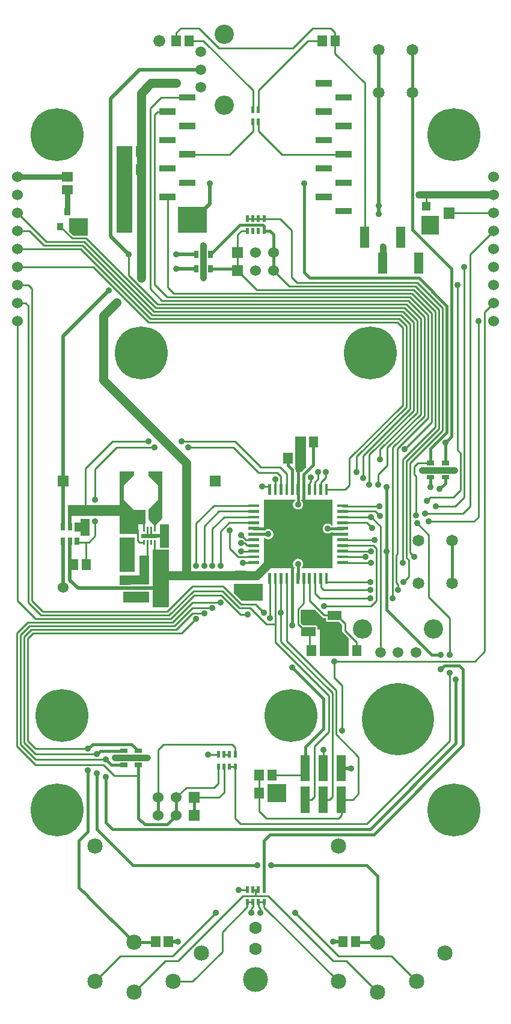
<source format=gbr>
G04 start of page 2 for group 0 idx 0 *
G04 Title: (unknown), top *
G04 Creator: pcb 20140316 *
G04 CreationDate: Tue 22 Aug 2017 02:05:26 AM GMT UTC *
G04 For: railfan *
G04 Format: Gerber/RS-274X *
G04 PCB-Dimensions (mil): 2750.00 5500.00 *
G04 PCB-Coordinate-Origin: lower left *
%MOIN*%
%FSLAX25Y25*%
%LNTOP*%
%ADD49C,0.0380*%
%ADD48C,0.1180*%
%ADD47C,0.0550*%
%ADD46C,0.0870*%
%ADD45C,0.2500*%
%ADD44C,0.0390*%
%ADD43C,0.1285*%
%ADD42C,0.0660*%
%ADD41C,0.0360*%
%ADD40R,0.0630X0.0630*%
%ADD39R,0.0340X0.0340*%
%ADD38R,0.0350X0.0350*%
%ADD37R,0.0470X0.0470*%
%ADD36R,0.0167X0.0167*%
%ADD35R,0.0500X0.0500*%
%ADD34R,0.0157X0.0157*%
%ADD33R,0.0230X0.0230*%
%ADD32R,0.0240X0.0240*%
%ADD31R,0.0197X0.0197*%
%ADD30R,0.0098X0.0098*%
%ADD29R,0.0512X0.0512*%
%ADD28R,0.0240X0.0240*%
%ADD27C,0.0600*%
%ADD26C,0.0700*%
%ADD25C,0.1380*%
%ADD24C,0.0650*%
%ADD23C,0.0850*%
%ADD22C,0.1070*%
%ADD21C,0.4000*%
%ADD20C,0.0590*%
%ADD19C,0.2937*%
%ADD18C,0.0300*%
%ADD17C,0.0400*%
%ADD16C,0.0500*%
%ADD15C,0.0350*%
%ADD14C,0.0150*%
%ADD13C,0.0100*%
%ADD12C,0.0200*%
%ADD11C,0.0001*%
G54D11*G36*
X81500Y271000D02*X78500Y274000D01*
Y278000D01*
X85000D01*
Y274500D01*
X81500Y271000D01*
G37*
G36*
X94500Y447000D02*X110500D01*
Y432500D01*
X94500D01*
Y447000D01*
G37*
G36*
X69000Y480500D02*Y432500D01*
X60500D01*
Y480500D01*
X69000D01*
G37*
G36*
X34000Y433221D02*Y440500D01*
X44500D01*
Y431000D01*
X43559D01*
X43500Y431005D01*
X43441Y431000D01*
X36221D01*
X34000Y433221D01*
G37*
G36*
X142000Y284500D02*X159250D01*
Y284188D01*
X159014Y283986D01*
X158728Y283651D01*
X158497Y283275D01*
X158329Y282868D01*
X158226Y282439D01*
X158191Y282000D01*
X158226Y281561D01*
X158329Y281132D01*
X158497Y280725D01*
X158728Y280349D01*
X159014Y280014D01*
X159349Y279728D01*
X159725Y279497D01*
X160132Y279329D01*
X160561Y279226D01*
X161000Y279191D01*
X161439Y279226D01*
X161868Y279329D01*
X162275Y279497D01*
X162651Y279728D01*
X162986Y280014D01*
X163272Y280349D01*
X163503Y280725D01*
X163671Y281132D01*
X163774Y281561D01*
X163800Y282000D01*
X163774Y282439D01*
X163671Y282868D01*
X163503Y283275D01*
X163272Y283651D01*
X162986Y283986D01*
X162750Y284188D01*
Y284500D01*
X180000D01*
Y270399D01*
X179688D01*
X179486Y270635D01*
X179151Y270921D01*
X178775Y271151D01*
X178368Y271320D01*
X177939Y271423D01*
X177500Y271457D01*
X177061Y271423D01*
X176632Y271320D01*
X176225Y271151D01*
X175849Y270921D01*
X175514Y270635D01*
X175228Y270300D01*
X174997Y269924D01*
X174829Y269517D01*
X174726Y269088D01*
X174691Y268649D01*
X174726Y268209D01*
X174829Y267781D01*
X174997Y267374D01*
X175228Y266998D01*
X175514Y266663D01*
X175849Y266377D01*
X176225Y266146D01*
X176632Y265978D01*
X177061Y265875D01*
X177500Y265840D01*
X177939Y265875D01*
X178368Y265978D01*
X178775Y266146D01*
X179151Y266377D01*
X179486Y266663D01*
X179688Y266899D01*
X180000D01*
Y246500D01*
X162750D01*
Y246812D01*
X162986Y247014D01*
X163272Y247349D01*
X163503Y247725D01*
X163671Y248132D01*
X163774Y248561D01*
X163800Y249000D01*
X163774Y249439D01*
X163671Y249868D01*
X163503Y250275D01*
X163272Y250651D01*
X162986Y250986D01*
X162651Y251272D01*
X162275Y251503D01*
X161868Y251671D01*
X161439Y251774D01*
X161000Y251809D01*
X160561Y251774D01*
X160132Y251671D01*
X159725Y251503D01*
X159349Y251272D01*
X159014Y250986D01*
X158728Y250651D01*
X158497Y250275D01*
X158329Y249868D01*
X158226Y249439D01*
X158191Y249000D01*
X158226Y248561D01*
X158329Y248132D01*
X158497Y247725D01*
X158728Y247349D01*
X159014Y247014D01*
X159250Y246812D01*
Y246500D01*
X142000D01*
Y263750D01*
X142312D01*
X142514Y263514D01*
X142849Y263228D01*
X143225Y262997D01*
X143632Y262829D01*
X144061Y262726D01*
X144500Y262691D01*
X144939Y262726D01*
X145368Y262829D01*
X145775Y262997D01*
X146151Y263228D01*
X146486Y263514D01*
X146772Y263849D01*
X147003Y264225D01*
X147171Y264632D01*
X147274Y265061D01*
X147300Y265500D01*
X147274Y265939D01*
X147171Y266368D01*
X147003Y266775D01*
X146772Y267151D01*
X146486Y267486D01*
X146151Y267772D01*
X145775Y268003D01*
X145368Y268171D01*
X144939Y268274D01*
X144500Y268309D01*
X144061Y268274D01*
X143632Y268171D01*
X143225Y268003D01*
X142849Y267772D01*
X142514Y267486D01*
X142312Y267250D01*
X142000D01*
Y284500D01*
G37*
G36*
X173000Y198000D02*Y214500D01*
X185500D01*
Y212059D01*
X185495Y212000D01*
X185514Y211765D01*
X185569Y211535D01*
X185659Y211317D01*
X185783Y211116D01*
X185783Y211115D01*
X185936Y210936D01*
X185981Y210898D01*
X189000Y207879D01*
Y198000D01*
X173000D01*
G37*
G36*
X162621Y223500D02*X170379D01*
X174398Y219481D01*
X174436Y219436D01*
X174615Y219283D01*
X174616Y219283D01*
X174817Y219159D01*
X175035Y219069D01*
X175265Y219014D01*
X175500Y218995D01*
X175559Y219000D01*
X176000D01*
Y212500D01*
X171647D01*
X171644Y214188D01*
X171607Y214341D01*
X171547Y214486D01*
X171465Y214621D01*
X171362Y214740D01*
X171243Y214843D01*
X171108Y214925D01*
X170963Y214985D01*
X170810Y215022D01*
X170653Y215031D01*
X163598Y215023D01*
X162500Y216121D01*
Y223379D01*
X162621Y223500D01*
G37*
G36*
X174500Y213000D02*Y219000D01*
X175441D01*
X175500Y218995D01*
X175559Y219000D01*
X176354D01*
X176356Y217812D01*
X176393Y217659D01*
X176453Y217514D01*
X176535Y217379D01*
X176638Y217260D01*
X176757Y217157D01*
X176892Y217075D01*
X177037Y217015D01*
X177190Y216978D01*
X177347Y216969D01*
X183902Y216977D01*
X185500Y215379D01*
Y213000D01*
X174500D01*
G37*
G36*
X144000Y127000D02*X154500D01*
Y117000D01*
X144000D01*
Y127000D01*
G37*
G36*
X229500Y442000D02*X239000D01*
Y431500D01*
X229500D01*
Y442000D01*
G37*
G36*
X159500Y319500D02*X165500D01*
Y302475D01*
X163025Y300000D01*
X159601D01*
Y301080D01*
X159607Y301149D01*
X159585Y301423D01*
X159585Y301423D01*
X159521Y301691D01*
X159500Y301741D01*
Y319500D01*
G37*
G36*
X84500Y258000D02*Y271000D01*
X89500D01*
Y258000D01*
X84500D01*
G37*
G36*
X62000Y244500D02*Y263500D01*
X70500D01*
Y262059D01*
X70495Y262000D01*
X70500Y261941D01*
Y244500D01*
X62000D01*
G37*
G36*
X78500Y237500D02*X73000D01*
Y253500D01*
X78500D01*
Y237500D01*
G37*
G36*
X62000D02*Y242500D01*
X78500D01*
Y237500D01*
X62000D01*
G37*
G36*
X33500Y281500D02*X65500D01*
Y275500D01*
X33500D01*
Y281500D01*
G37*
G36*
X71000Y279000D02*X76500D01*
Y271000D01*
X71000D01*
Y279000D01*
G37*
G36*
X62000Y265500D02*Y279000D01*
X72500D01*
Y265500D01*
X62000D01*
G37*
G36*
X37000Y272000D02*X45500D01*
Y267000D01*
X37000D01*
Y272000D01*
G37*
G36*
X45500Y274000D02*Y264500D01*
X40500D01*
Y274000D01*
X45500D01*
G37*
G36*
X80500Y225000D02*Y257000D01*
X89500D01*
Y225621D01*
X88879Y225000D01*
X80500D01*
G37*
G36*
X78500Y233500D02*Y227500D01*
X64000D01*
Y233500D01*
X78500D01*
G37*
G36*
X125500Y238000D02*X141500D01*
Y228500D01*
X129621D01*
X125500Y232621D01*
Y238000D01*
G37*
G54D12*X30600Y261500D02*Y236000D01*
X34500Y269700D02*Y278000D01*
Y261500D02*Y240000D01*
X39000Y235500D02*X85500D01*
G54D13*X89500Y220500D02*X18500D01*
X90500Y218500D02*X15500D01*
X13000Y212500D02*X93500D01*
X14000Y210500D02*X96500D01*
G54D12*X34500Y240000D02*X39000Y235500D01*
G54D13*X19500Y222500D02*X13500Y228500D01*
X18500Y220500D02*X11500Y227500D01*
X48500Y264500D02*X45000Y261000D01*
X43543Y248500D02*Y261000D01*
X48500Y284500D02*Y301500D01*
X43000Y302000D02*Y278500D01*
X48500Y264500D02*Y272500D01*
X45000Y261000D02*X38400D01*
X15500Y146500D02*X44500D01*
G54D14*X47000Y149000D01*
G54D13*X11000Y151000D02*X15500Y146500D01*
X9000Y150000D02*X15500Y143500D01*
X7000Y149000D02*X15500Y140500D01*
X49500Y143500D02*X15500D01*
G54D14*X49500D02*X51400Y145400D01*
X64300D01*
X47000Y149000D02*X68900D01*
X72500Y145400D01*
G54D13*X15500Y140500D02*X54500D01*
G54D14*X57400Y137600D01*
X64300D01*
G54D13*X53000Y137500D02*X59000Y131500D01*
X72500D01*
G54D15*X59400Y141500D02*X77400D01*
G54D13*X5000Y148000D02*X15500Y137500D01*
X53000D01*
X14000Y210500D02*X11000Y207500D01*
X13000Y212500D02*X9000Y208500D01*
X12000Y214500D02*X7000Y209500D01*
X11000Y216500D02*X5000Y210500D01*
X7000Y209500D02*Y149000D01*
X11000Y207500D02*Y151000D01*
X9000Y208500D02*Y150000D01*
X5000Y210500D02*Y148000D01*
X5500Y228500D02*X15500Y218500D01*
G54D12*X89129Y39500D02*X94500D01*
G54D14*X70000Y39252D02*X82043D01*
G54D13*X70000Y11693D02*X87307Y29000D01*
X94500D01*
X62351Y31500D02*X91500D01*
G54D14*X44500Y64752D02*X70000Y39252D01*
G54D13*X62351Y31500D02*X48346Y17495D01*
G54D14*X69500Y82000D02*X49500Y102000D01*
Y133000D01*
X44500Y100500D02*Y134500D01*
X44376Y64876D02*X39500Y69752D01*
Y95500D01*
X44500Y100500D01*
G54D13*X154700Y206300D02*Y240815D01*
X151551Y205949D02*Y240815D01*
X148401Y205599D02*Y240815D01*
X145252D02*Y219000D01*
G54D14*X157850Y240815D02*Y215000D01*
G54D13*X170448Y240815D02*Y232552D01*
X173000Y230000D01*
X154700Y206300D02*X182000Y179000D01*
X148401Y205599D02*X178000Y176000D01*
X181000Y186000D02*Y195000D01*
G54D14*X175000Y174350D02*X157850Y191500D01*
G54D13*X137500Y226500D02*X142000Y222000D01*
X137500Y226500D02*X129500D01*
X133000Y221000D02*X129000D01*
X136315Y249752D02*X130500D01*
X134500Y224500D02*X143500Y215500D01*
X148401D01*
X199000Y105000D02*X129000D01*
X139543Y132000D02*Y111957D01*
X143500Y108000D01*
X183500D01*
G54D12*X190500Y135740D02*X185000D01*
G54D13*X182000Y179000D02*Y154500D01*
X194500Y142000D01*
Y121500D01*
X191260Y118260D01*
X185000D01*
G54D14*X175000Y157500D02*X165000Y147500D01*
Y135740D01*
G54D13*X178000Y176000D02*Y156000D01*
X170000Y148000D01*
Y120000D01*
G54D14*X175000Y157500D02*Y174350D01*
G54D13*X183500Y108000D02*X185000Y109500D01*
Y118260D01*
G54D14*X203000Y99000D02*X145500D01*
X142224Y95724D01*
X246350Y238200D02*Y261800D01*
G54D13*X233500Y230500D02*X245000Y219000D01*
Y198500D01*
X167500Y201000D02*Y211500D01*
X193543Y201000D02*Y205457D01*
X187000Y212000D01*
Y216000D01*
X161000Y215500D02*X165028Y211472D01*
G54D14*X210000Y223500D02*X235000Y198500D01*
G54D13*X245000Y188500D02*Y151000D01*
G54D14*X248500Y185000D02*Y149500D01*
X252500Y148500D02*Y190500D01*
G54D13*X185500Y156500D02*Y181500D01*
X181000Y186000D01*
G54D14*X235000Y198500D02*X240000D01*
Y190500D02*X242000Y192500D01*
X250500D01*
X252500Y190500D01*
G54D13*X215500Y254000D02*Y238500D01*
X216000Y254500D02*X215500Y254000D01*
Y238500D02*X216500Y237500D01*
Y234500D01*
X139075Y61652D02*X142224D01*
Y58618D02*Y61652D01*
X139075D02*Y58925D01*
X140000Y58000D01*
Y55500D01*
X132776Y61652D02*X135925D01*
X132776Y58776D02*Y61652D01*
X136000D02*Y59000D01*
X135000Y58000D01*
Y55500D01*
X128000Y68348D02*X132776D01*
X137500Y65000D02*Y68348D01*
X130500Y65000D02*X144500D01*
G54D14*X142224Y95724D02*Y68348D01*
G54D13*X199000Y105000D02*X245000Y151000D01*
G54D14*X201000Y102000D02*X248500Y149500D01*
X252500Y148500D02*X203000Y99000D01*
G54D13*X135925Y68348D02*X139075D01*
G54D14*X146000Y82000D02*X199000D01*
X205000Y76000D01*
G54D12*X180500Y39500D02*X185871Y39504D01*
G54D14*X205000Y39252D02*X192957D01*
X205000Y76000D02*Y39252D01*
G54D13*Y11693D02*X187693Y29000D01*
X180500D02*X187693D01*
X183346Y17495D02*X142224Y58618D01*
X180500Y29000D02*X144500Y65000D01*
X159500Y55500D02*X183500Y31500D01*
X212649D02*X226654Y17495D01*
X212649Y31500D02*X183500D01*
X264500Y200500D02*X259000Y195000D01*
X181000D01*
X175500Y225500D02*X201500D01*
X204500Y228500D01*
X173000Y230000D02*X201000D01*
X175000Y234500D02*X201000D01*
Y239000D02*X176748D01*
X173598Y240815D02*Y235902D01*
X175000Y234500D01*
X204500Y228500D02*Y257500D01*
X185685Y249752D02*X201500D01*
G54D14*X210000Y256051D02*Y223500D01*
G54D13*X221000Y252500D02*X222500Y251000D01*
Y242000D01*
X219500Y239000D01*
X185685Y256051D02*X201500D01*
X185685Y259200D02*X202800D01*
X204500Y257500D01*
X185685Y252901D02*X198500D01*
X185685Y262350D02*X203500D01*
X206657Y200000D02*Y269843D01*
X233500Y272500D02*X258500D01*
X261000Y275000D02*X258500Y272500D01*
X231500Y277000D02*X252500D01*
X256500Y281000D01*
X237500D02*X248000D01*
X253000Y286000D01*
X232500Y284000D02*X234500Y286000D01*
X247000D01*
X251000Y290000D01*
X185685Y271799D02*X199201D01*
X203902Y278098D02*X185685D01*
X199201Y271799D02*X202000Y269000D01*
X206657Y269843D02*X201552Y274948D01*
G54D14*X210000Y256051D02*Y291500D01*
G54D13*X210500Y303500D02*X205500Y298500D01*
Y293000D01*
X206500Y275500D02*X203902Y278098D01*
X223000Y255401D02*X225500Y252901D01*
X233500Y265000D02*Y230500D01*
Y265000D02*X227000Y271500D01*
X221000Y306000D02*Y252500D01*
X223000Y255401D02*Y305000D01*
X219000Y249752D02*Y307000D01*
X226500Y276000D02*Y297500D01*
G54D15*X229600Y301000D02*X247600D01*
G54D14*X239500Y290500D02*X242700Y293700D01*
Y297100D01*
X234500D02*Y291500D01*
G54D13*X226500Y297500D02*X225500Y298500D01*
Y303000D01*
X227400Y304900D01*
X234500D01*
G54D12*X78500Y264500D02*X87000D01*
G54D13*X81453Y260858D02*Y255500D01*
X77516Y260858D02*Y250500D01*
X72000Y268000D02*Y262000D01*
X73142Y260858D02*X72000Y262000D01*
X73142Y260858D02*X75547D01*
Y277500D02*Y268142D01*
X79484D02*Y264500D01*
X85000Y280500D02*Y274500D01*
X81453Y270953D02*X85000Y274500D01*
X78500Y278000D02*Y273906D01*
X81453Y270953D02*X78500Y273906D01*
X81453Y278950D02*Y268142D01*
X91500Y216500D02*X102500Y227500D01*
X92500Y214500D02*X102500Y224500D01*
X93500Y212500D02*X102500Y221500D01*
X90500Y218500D02*X103500Y231500D01*
X89500Y220500D02*X103000Y234000D01*
X88500Y222500D02*X102500Y236500D01*
X119500D01*
X136315Y252902D02*X127598D01*
X123000Y257500D01*
Y267500D01*
X151551Y205949D02*X180000Y177500D01*
X77516Y268142D02*Y264500D01*
G54D14*X177500Y268649D02*X185685D01*
X136315Y265500D02*X144500D01*
X179500D02*X185685D01*
X136315Y268650D02*X142500D01*
G54D16*X144500Y249000D02*X138000Y242500D01*
G54D13*X136315Y256052D02*X129500D01*
X136315Y271800D02*X122800D01*
X118000Y267000D01*
X136315Y274949D02*X119949D01*
X113500Y268500D01*
X136315Y278099D02*X117099D01*
X109000Y270000D01*
G54D14*X161000Y240815D02*Y249000D01*
Y290185D02*Y282000D01*
X157850Y240815D02*Y247000D01*
X157851Y290185D02*Y301149D01*
X155500Y303500D01*
X164150Y290185D02*Y284000D01*
Y290185D02*Y298650D01*
G54D13*X167300Y290185D02*Y293800D01*
X168000Y294500D01*
Y297000D01*
G54D14*X164150Y298650D02*X169543Y304043D01*
G54D13*X148402Y290185D02*Y296000D01*
X151552Y290185D02*Y297448D01*
X149500Y299500D01*
X154701Y298799D02*X151000Y302500D01*
X149500Y299500D02*X139000D01*
X151000Y302500D02*X140500D01*
X154701Y290185D02*Y298799D01*
G54D16*X138000Y242500D02*X86000D01*
G54D13*X118000Y267000D02*Y248000D01*
X113500Y268500D02*Y248000D01*
X109000Y270000D02*Y248000D01*
X129500Y226500D02*X119500Y236500D01*
X134500Y224500D02*X128500D01*
X119000Y234000D01*
X129000Y221000D02*X118500Y231500D01*
X102500Y227500D02*X118000D01*
X102500Y224500D02*X113500D01*
X102500Y221500D02*X109000D01*
X96500Y210500D02*X104500Y218500D01*
X103500Y231500D02*X118500D01*
X103000Y234000D02*X119000D01*
X180000Y177500D02*Y120000D01*
X175000Y135740D02*Y146000D01*
X146543Y132000D02*X165000D01*
X170000Y120000D02*X168260Y118260D01*
X165000D01*
X180000Y120000D02*X178260Y118260D01*
X175000D01*
G54D14*X201000Y102000D02*X58000D01*
G54D13*X119925Y143348D02*X123075D01*
X124500Y149000D02*X126224Y147276D01*
Y143348D01*
Y136652D02*Y107776D01*
X129000Y105000D01*
X119925Y122425D02*X117000Y119500D01*
G54D14*X83500Y109500D02*Y119500D01*
X72500Y137600D02*Y108000D01*
X76000Y104500D01*
G54D13*X83500Y119500D02*Y146000D01*
X86500Y149000D01*
G54D14*X76000Y104500D02*X88500D01*
X93500Y109500D02*Y119500D01*
X103500Y109500D02*Y119500D01*
G54D13*X99000Y125000D02*X93500Y119500D01*
G54D14*X88500Y104500D02*X93500Y109500D01*
G54D13*X111124Y143348D02*X116776D01*
X126224Y136652D02*X123075D01*
X119925D02*Y122425D01*
X116776Y136652D02*Y127276D01*
X114500Y125000D01*
X99000D01*
X86500Y149000D02*X124500D01*
X117000Y119500D02*X103500D01*
G54D14*X58000Y102000D02*X54500Y105500D01*
Y131000D01*
X69500Y82000D02*X138500D01*
G54D13*X94500Y29000D02*X130500Y65000D01*
X115500Y55500D02*X91500Y31500D01*
X119000Y34000D02*Y45000D01*
X91654Y17495D02*X102495D01*
X119000Y34000D01*
X132776Y58776D02*X119000Y45000D01*
X269500Y443500D02*X244750D01*
X256500Y420500D02*X269500Y433500D01*
G54D14*X224350Y434150D02*X246000Y412500D01*
G54D17*X228000Y453500D02*X269500D01*
G54D13*X231950Y447400D02*Y453500D01*
G54D14*X224350Y533800D02*Y434150D01*
G54D12*X205650Y533800D02*Y447500D01*
Y443000D01*
G54D13*X198000Y504500D02*Y515500D01*
X269500Y393500D02*X264500Y388500D01*
X227000Y405000D02*X241000Y391000D01*
X226000Y403000D02*X239000Y390000D01*
X225000Y401000D02*X237000Y389000D01*
X223000Y397000D02*X233000Y387000D01*
X222000Y395000D02*X231000Y386000D01*
X235000Y388000D02*X224000Y399000D01*
X229000Y385000D02*X221000Y393000D01*
X222000Y395000D02*X222250Y394750D01*
X40500Y423500D02*X79000Y385000D01*
X41500Y425500D02*X80000Y387000D01*
X81000Y389000D02*X42500Y427500D01*
X82000Y391000D02*X43500Y429500D01*
X67000Y420500D02*Y409000D01*
G54D15*X108500Y425600D02*Y407600D01*
G54D13*X5500Y393500D02*X10000D01*
X11500Y392000D01*
X5500Y403500D02*X11500D01*
X13500Y401500D01*
X83000Y393000D02*X67000Y409000D01*
X78000Y383000D02*X47500Y413500D01*
G54D16*X60500Y394000D02*X53000Y386500D01*
G54D12*X30600Y375100D02*X56000Y400500D01*
G54D16*X53000Y386500D02*Y351000D01*
G54D13*X78000Y317000D02*X58000D01*
X43000Y302000D01*
X81500Y313500D02*X60500D01*
X48500Y301500D02*X60500Y313500D01*
X5500Y383500D02*Y228500D01*
X11500Y392000D02*Y227500D01*
X13500Y401500D02*Y228500D01*
G54D12*X30600Y375100D02*Y269700D01*
G54D13*X92500Y214500D02*X12000D01*
X91500Y216500D02*X11000D01*
X187000Y216000D02*X181472Y221528D01*
X175500Y220500D02*X180783D01*
X19500Y222500D02*X88500D01*
X167299Y240815D02*Y228701D01*
X175500Y220500D01*
X164149Y240815D02*Y227149D01*
X161000Y224000D01*
Y215500D01*
G54D16*X99000Y242500D02*Y305000D01*
G54D13*X104500Y271500D02*Y248000D01*
G54D16*X99000Y305000D02*X53000Y351000D01*
G54D13*X126000Y317000D02*X96500D01*
X125000Y313500D02*X100000D01*
X136315Y281248D02*X114248D01*
X104500Y271500D01*
X136315Y259201D02*X132799D01*
X131500Y260500D01*
X129500D01*
X136315Y262351D02*X132149D01*
X129500Y265000D01*
X141000Y292000D02*X145252D01*
X125000Y313500D02*X139000Y299500D01*
X126000Y317000D02*X140500Y302500D01*
G54D14*X155500Y303500D02*Y307500D01*
X161000Y290185D02*Y307500D01*
X169543Y304043D02*Y316500D01*
G54D13*X170449Y290185D02*Y294449D01*
X172000Y296000D01*
Y300000D01*
X173599Y290185D02*Y294099D01*
X176500Y297000D01*
Y300000D01*
X176748Y290185D02*X187185D01*
X185685Y274948D02*X201552D01*
X187185Y290185D02*X189500Y292500D01*
X264500Y388500D02*Y200500D01*
X261000Y383500D02*Y275000D01*
X206000Y281000D02*X185685D01*
X206500Y312500D02*Y307000D01*
X200500Y293000D02*Y309500D01*
X197000Y309000D02*Y296500D01*
X193500Y300000D02*Y308500D01*
X189500Y307500D02*Y292500D01*
X210500Y313500D02*Y303500D01*
X213500Y230000D02*Y313500D01*
X216000Y313000D02*Y254500D01*
X220000Y312500D02*X235000Y327500D01*
X233000Y330000D02*X216000Y313000D01*
X239000Y324000D02*X221000Y306000D01*
X219000Y307000D02*X237000Y325000D01*
X223000Y305000D02*X241000Y323000D01*
X231000Y331000D02*X213500Y313500D01*
X210500D02*X229000Y332000D01*
X227000Y333000D02*X206500Y312500D01*
X200500Y309500D02*X225000Y334000D01*
X223000Y335000D02*X197000Y309000D01*
X193500Y308500D02*X221000Y336000D01*
X219000Y337000D02*X189500Y307500D01*
G54D14*X234500Y313000D02*Y304900D01*
X242700Y316200D02*Y304900D01*
G54D18*X33000Y456457D02*Y444200D01*
X5500Y463500D02*X33000D01*
G54D13*X47500Y413500D02*X5500D01*
Y433500D02*X12000D01*
X20000Y425500D01*
X21500Y427500D02*X5500Y443500D01*
Y423500D02*X40500D01*
X20000Y425500D02*X41500D01*
X42500Y427500D02*X21500D01*
X43500Y429500D02*X35600D01*
X29100Y436000D01*
X127500Y411500D02*Y431500D01*
X129652Y433652D01*
X132776D01*
G54D14*X128700Y437000D02*X112400Y420700D01*
X145348Y433652D02*X142224D01*
G54D13*X132776Y440348D02*X151152D01*
X157500Y434000D01*
G54D14*X142224Y433652D02*Y436276D01*
X141500Y437000D01*
X128700D01*
G54D13*X127500Y411500D02*X138000Y401000D01*
G54D14*X112400Y412500D02*X127500D01*
X147500Y431500D02*Y411500D01*
G54D13*X157500Y434000D02*Y408000D01*
G54D14*X164500Y460000D02*Y410500D01*
G54D13*X147500Y411500D02*X156000Y403000D01*
X157500Y408000D02*X160500Y405000D01*
G54D14*X164500Y410500D02*X167500Y407500D01*
G54D13*X99685Y507559D02*X85059D01*
G54D16*X79500Y515500D02*X93500D01*
G54D12*X73000Y523000D02*X107000D01*
X73000D02*X57000Y507000D01*
G54D13*X85059Y507559D02*X79000Y501500D01*
X88701Y499685D02*X83185D01*
X93457Y539000D02*Y543457D01*
X96000Y546000D01*
X106000D01*
X117000Y535000D01*
X108500Y539000D02*X100543D01*
X135925Y511575D02*X108500Y539000D01*
G54D14*X147500Y431500D02*X145348Y433652D01*
G54D13*X186299Y476063D02*X151937D01*
X198000Y430087D02*Y504543D01*
X151937Y476063D02*X139075Y488925D01*
Y494152D01*
X123063Y476063D02*X135925Y488925D01*
Y494152D02*Y488925D01*
X198000Y515500D02*X181543Y531957D01*
Y543457D02*X179000Y546000D01*
X117000Y535000D02*X158000D01*
X181543Y543457D02*Y531957D01*
X166500Y539000D02*X174457D01*
X169000Y546000D02*X179000D01*
X169000D02*X158000Y535000D01*
X135925Y500848D02*Y511575D01*
X139075D02*Y500848D01*
Y511575D02*X166500Y539000D01*
X83185Y499685D02*X81500Y498000D01*
X123063Y476063D02*X99685D01*
X88701Y452441D02*Y402299D01*
X92000Y399000D01*
X81500Y404000D02*X88500Y397000D01*
X79000Y401500D02*X85500Y395000D01*
G54D12*X93500Y412500D02*X104600D01*
X93500Y420500D02*X104600D01*
G54D13*X81500Y498000D02*Y404000D01*
X79000Y501500D02*Y401500D01*
G54D16*X74000Y407500D02*Y510000D01*
X79500Y515500D01*
G54D12*X57000Y507000D02*Y430500D01*
X67000Y420500D01*
X112000Y460000D02*Y448500D01*
X107000Y443500D01*
G54D13*X227000Y384000D02*X220000Y391000D01*
X160500Y405000D02*X227000D01*
X156000Y403000D02*X226000D01*
G54D14*X228000Y407500D02*X167500D01*
G54D13*X225000Y383000D02*X219000Y389000D01*
X218000Y387000D02*X223000Y382000D01*
X217000Y385000D02*X221000Y381000D01*
X219000Y380000D02*X216000Y383000D01*
X138000Y401000D02*X225000D01*
X92000Y399000D02*X224000D01*
X88500Y397000D02*X223000D01*
X85500Y395000D02*X222000D01*
X83000Y393000D02*X221000D01*
X82000Y391000D02*X220000D01*
X81000Y389000D02*X219000D01*
X80000Y387000D02*X218000D01*
X79000Y385000D02*X217000D01*
X78000Y383000D02*X216000D01*
X256500Y281000D02*Y420500D01*
X253000Y286000D02*Y413500D01*
X249500Y312000D02*Y403500D01*
Y312000D02*X251000Y310500D01*
Y290000D01*
X241000Y323000D02*Y391000D01*
X239000Y390000D02*Y324000D01*
X237000Y325000D02*Y389000D01*
G54D14*X243500Y322000D02*Y392000D01*
Y322000D02*X234500Y313000D01*
G54D13*X235000Y388000D02*Y327500D01*
X233000Y387000D02*Y330000D01*
X231000Y386000D02*Y331000D01*
X229000Y332000D02*Y385000D01*
X227000Y384000D02*Y333000D01*
X225000Y334000D02*Y383000D01*
X223000Y382000D02*Y335000D01*
X221000Y336000D02*Y381000D01*
X219000Y380000D02*Y337000D01*
G54D15*X208000Y415913D02*Y425000D01*
G54D14*X243500Y392000D02*X228000Y407500D01*
X246000Y319500D02*Y412500D01*
Y319500D02*X242700Y316200D01*
G54D19*X247500Y112500D03*
G54D20*X226343Y200000D03*
X216500D03*
X206657D03*
G54D21*X216500Y163000D03*
G54D22*X236185Y212992D03*
G54D23*X242505Y33346D03*
X226654Y17495D03*
G54D22*X196815Y212992D03*
G54D23*X205000Y39252D03*
Y11693D03*
X183346Y17495D03*
Y92505D03*
G54D24*X227650Y238200D03*
X246350D03*
X227650Y261800D03*
X246350D03*
G54D19*X157000Y165000D03*
G54D25*X137500Y18500D03*
G54D26*Y35500D03*
Y47300D03*
G54D23*X107505Y33346D03*
X91654Y17495D03*
G54D19*X247500Y487000D03*
G54D24*X205650Y510200D03*
Y533800D03*
X224350Y510200D03*
Y533800D03*
G54D27*X147500Y421500D03*
Y411500D03*
G54D19*X201000Y366000D03*
G54D27*X269500Y383500D03*
Y393500D03*
Y403500D03*
Y413500D03*
Y423500D03*
Y433500D03*
Y443500D03*
Y453500D03*
Y463500D03*
G54D19*X27500Y112500D03*
G54D23*X48346Y92505D03*
G54D19*X30000Y165000D03*
G54D27*X30600Y236000D03*
G54D23*X70000Y39252D03*
Y11693D03*
X48346Y17495D03*
G54D11*G36*
X100500Y112500D02*Y106500D01*
X106500D01*
Y112500D01*
X100500D01*
G37*
G54D27*X93500Y109500D03*
X83500D03*
G54D11*G36*
X100500Y122500D02*Y116500D01*
X106500D01*
Y122500D01*
X100500D01*
G37*
G54D27*X93500Y119500D03*
X83500D03*
G54D11*G36*
X27600Y298000D02*Y292000D01*
X33600D01*
Y298000D01*
X27600D01*
G37*
G36*
X112000D02*Y292000D01*
X118000D01*
Y298000D01*
X112000D01*
G37*
G36*
X124500Y424500D02*Y418500D01*
X130500D01*
Y424500D01*
X124500D01*
G37*
G54D27*X137500Y421500D03*
G54D11*G36*
X124500Y414500D02*Y408500D01*
X130500D01*
Y414500D01*
X124500D01*
G37*
G54D19*X74000Y366000D03*
G54D27*X137500Y411500D03*
G54D19*X27500Y487000D03*
G54D20*X107000Y513157D03*
G54D22*X119992Y503315D03*
G54D20*X107000Y523000D03*
Y532843D03*
G54D22*X119992Y542685D03*
G54D27*X5500Y383500D03*
Y393500D03*
Y403500D03*
Y413500D03*
Y423500D03*
Y433500D03*
Y443500D03*
Y453500D03*
Y463500D03*
G54D28*X30600Y262300D02*Y260700D01*
Y270500D02*Y268900D01*
X34500Y262300D02*Y260700D01*
Y270500D02*Y268900D01*
X38400Y262300D02*Y260700D01*
Y270500D02*Y268900D01*
G54D29*X36457Y248893D02*Y248107D01*
X43543Y248893D02*Y248107D01*
X83043Y230893D02*Y230107D01*
X75957Y230893D02*Y230107D01*
X83043Y240893D02*Y240107D01*
X75957Y240893D02*Y240107D01*
X64607Y239957D02*X65393D01*
X128607Y242543D02*X129393D01*
X128607Y235457D02*X129393D01*
X64607Y247043D02*X65393D01*
X64607Y260957D02*X65393D01*
X75957Y250893D02*Y250107D01*
X83043Y250893D02*Y250107D01*
G54D30*X79484Y269028D02*Y267256D01*
X77516Y269028D02*Y267256D01*
X75547Y269028D02*Y267256D01*
G54D29*X64607Y268043D02*X65393D01*
G54D30*X75547Y261744D02*Y259972D01*
X77516Y261744D02*Y259972D01*
X79484Y261744D02*Y259972D01*
X81453Y261744D02*Y259972D01*
G54D31*X75547Y264500D02*X81453D01*
G54D32*X75370D02*X81630D01*
G54D30*X81453Y269028D02*Y267256D01*
G54D33*X79100Y277800D02*X84700D01*
G54D11*G36*
X77956Y278950D02*X83550Y284544D01*
X85671Y282423D01*
X80077Y276829D01*
X77956Y278950D01*
G37*
G36*
X81550Y280950D02*Y276950D01*
X85550D01*
Y280950D01*
X81550D01*
G37*
G54D33*X63300Y299200D02*Y277800D01*
X68900D01*
G54D11*G36*
X64450Y284544D02*X70044Y278950D01*
X67923Y276829D01*
X62329Y282423D01*
X64450Y284544D01*
G37*
G36*
X62450Y280950D02*Y276950D01*
X66450D01*
Y280950D01*
X62450D01*
G37*
G36*
X80077Y300171D02*X85671Y294577D01*
X83550Y292456D01*
X77956Y298050D01*
X80077Y300171D01*
G37*
G54D33*X63300Y299200D02*X68900D01*
G54D11*G36*
X62329Y294577D02*X67923Y300171D01*
X70044Y298050D01*
X64450Y292456D01*
X62329Y294577D01*
G37*
G36*
X62450Y300050D02*Y296050D01*
X66450D01*
Y300050D01*
X62450D01*
G37*
G54D33*X84700Y299200D02*Y277800D01*
X79100Y299200D02*X84700D01*
G54D11*G36*
X81550Y300050D02*Y296050D01*
X85550D01*
Y300050D01*
X81550D01*
G37*
G54D29*X169543Y316893D02*Y316107D01*
X162457Y316893D02*Y316107D01*
X155457Y307893D02*Y307107D01*
X162543Y307893D02*Y307107D01*
G54D34*X170448Y243028D02*Y238602D01*
X173598Y243028D02*Y238602D01*
X176748Y243028D02*Y238602D01*
X183472Y249752D02*X187898D01*
G54D29*X179906Y220528D02*X182661D01*
X179906Y211472D02*X182661D01*
X168457Y201393D02*Y200607D01*
X165339Y220528D02*X168094D01*
X165339Y211472D02*X168094D01*
X175543Y201393D02*Y200607D01*
G54D35*X165000Y123004D02*Y113516D01*
X175000Y123004D02*Y113516D01*
X185000Y123004D02*Y113516D01*
Y140484D02*Y130996D01*
X175000Y140484D02*Y130996D01*
X165000Y140484D02*Y130996D01*
G54D29*X139457Y122393D02*Y121607D01*
X146543Y122393D02*Y121607D01*
X139457Y132393D02*Y131607D01*
X146543Y132393D02*Y131607D01*
G54D36*X116776Y137587D02*Y135717D01*
X119925Y137587D02*Y135717D01*
X123075Y137587D02*Y135717D01*
X126224Y137587D02*Y135717D01*
Y144283D02*Y142413D01*
X123075Y144283D02*Y142413D01*
X119925Y144283D02*Y142413D01*
X116776Y144283D02*Y142413D01*
G54D29*X193543Y201393D02*Y200607D01*
G54D27*X200250Y163000D03*
X205010Y151510D03*
Y174490D03*
G54D29*X186457Y201393D02*Y200607D01*
G54D27*X216500Y179250D03*
Y146750D03*
X232750Y163000D03*
X227990Y151510D03*
Y174490D03*
G54D28*X71700Y137600D02*X73300D01*
X71700Y141500D02*X73300D01*
X71700Y145400D02*X73300D01*
X63500D02*X65100D01*
X63500Y141500D02*X65100D01*
X63500Y137600D02*X65100D01*
G54D29*X82043Y39893D02*Y39107D01*
X89129Y39893D02*Y39107D01*
G54D36*X142224Y69283D02*Y67413D01*
X139075Y69283D02*Y67413D01*
X135925Y69283D02*Y67413D01*
X132776Y69283D02*Y67413D01*
Y62587D02*Y60717D01*
X135925Y62587D02*Y60717D01*
X139075Y62587D02*Y60717D01*
X142224Y62587D02*Y60717D01*
G54D29*X192957Y39897D02*Y39111D01*
X185871Y39897D02*Y39111D01*
G54D36*X132776Y434587D02*Y432717D01*
X135925Y434587D02*Y432717D01*
X139075Y434587D02*Y432717D01*
X142224Y434587D02*Y432717D01*
Y441283D02*Y439413D01*
X139075Y441283D02*Y439413D01*
X135925Y441283D02*Y439413D01*
X132776Y441283D02*Y439413D01*
G54D37*X231950Y447401D02*Y447400D01*
G54D38*X172559Y452441D02*X178071D01*
X183543Y444567D02*X189055D01*
X183543Y460315D02*X189055D01*
G54D28*X104600Y413300D02*Y411700D01*
X108500Y413300D02*Y411700D01*
X112400Y413300D02*Y411700D01*
Y421500D02*Y419900D01*
X108500Y421500D02*Y419900D01*
X104600Y421500D02*Y419900D01*
G54D39*X29100Y436300D02*Y435700D01*
X36900Y436300D02*Y435700D01*
X33000Y444500D02*Y443900D01*
G54D29*X32607Y456457D02*X33393D01*
X32607Y463543D02*X33393D01*
X73543Y467893D02*Y467107D01*
G54D38*X85945Y468189D02*X91457D01*
X85945Y452441D02*X91457D01*
X96929Y444567D02*X102441D01*
X96929Y460315D02*X102441D01*
G54D29*X66457Y467893D02*Y467107D01*
Y477893D02*Y477107D01*
X73543Y477893D02*Y477107D01*
G54D38*X85945Y499685D02*X91457D01*
X85945Y483937D02*X91457D01*
X96929Y476063D02*X102441D01*
X96929Y491811D02*X102441D01*
G54D36*X135925Y495087D02*Y493217D01*
X139075Y495087D02*Y493217D01*
Y501783D02*Y499913D01*
X135925Y501783D02*Y499913D01*
G54D29*X93457Y539393D02*Y538607D01*
X100543Y539393D02*Y538607D01*
G54D38*X85945Y515433D02*X91457D01*
X96929Y507559D02*X102441D01*
G54D29*X181543Y539393D02*Y538607D01*
X174457Y539393D02*Y538607D01*
G54D38*X172559Y515433D02*X178071D01*
X172559Y499685D02*X178071D01*
X172559Y483937D02*X178071D01*
X172559Y468189D02*X178071D01*
X183543Y476063D02*X189055D01*
X183543Y491811D02*X189055D01*
X183543Y507559D02*X189055D01*
G54D37*X231950Y439600D02*Y439599D01*
G54D35*X198000Y433413D02*Y426760D01*
X208000Y419240D02*Y412587D01*
X218000Y433413D02*Y426760D01*
X228000Y419240D02*Y412587D01*
G54D40*X244750Y443500D02*Y443499D01*
G54D34*X154700Y243028D02*Y238602D01*
X157850Y243028D02*Y238602D01*
X161000Y243028D02*Y238602D01*
X164149Y243028D02*Y238602D01*
X145252Y243028D02*Y238602D01*
X148401Y243028D02*Y238602D01*
X151551Y243028D02*Y238602D01*
X167299Y243028D02*Y238602D01*
X183472Y252901D02*X187898D01*
X183472Y256051D02*X187898D01*
X183472Y259200D02*X187898D01*
X183472Y262350D02*X187898D01*
X183472Y265500D02*X187898D01*
X183472Y268649D02*X187898D01*
X183472Y271799D02*X187898D01*
X183472Y274948D02*X187898D01*
X183472Y278098D02*X187898D01*
X183472Y281248D02*X187898D01*
G54D28*X233700Y304900D02*X235300D01*
X233700Y301000D02*X235300D01*
X233700Y297100D02*X235300D01*
X241900D02*X243500D01*
X241900Y301000D02*X243500D01*
X241900Y304900D02*X243500D01*
G54D34*X176748Y292398D02*Y287972D01*
X173599Y292398D02*Y287972D01*
X170449Y292398D02*Y287972D01*
X167300Y292398D02*Y287972D01*
X164150Y292398D02*Y287972D01*
X161000Y292398D02*Y287972D01*
X157851Y292398D02*Y287972D01*
X154701Y292398D02*Y287972D01*
X151552Y292398D02*Y287972D01*
X148402Y292398D02*Y287972D01*
X145252Y292398D02*Y287972D01*
X134102Y281248D02*X138528D01*
X134102Y278099D02*X138528D01*
X134102Y274949D02*X138528D01*
X134102Y271800D02*X138528D01*
X134102Y268650D02*X138528D01*
X134102Y265500D02*X138528D01*
X134102Y262351D02*X138528D01*
X134102Y259201D02*X138528D01*
X134102Y256052D02*X138528D01*
X134102Y252902D02*X138528D01*
X134102Y249752D02*X138528D01*
G54D41*X97500Y440000D03*
X102500D03*
X97500Y435500D03*
X102500D03*
G54D42*X84000Y539000D03*
G54D41*X107500Y440000D03*
Y435500D03*
X93500Y412500D03*
X67000Y420500D03*
X93500D03*
X42000Y433500D03*
Y438000D03*
X261000Y383500D03*
X249500Y403500D03*
X253000Y413500D03*
X232500Y453500D03*
X232000Y434000D03*
X236500D03*
X205650Y447500D03*
Y443000D03*
X208000Y425000D03*
X228000Y453500D03*
X164500Y460000D03*
X74000Y407500D03*
X56000Y400500D03*
X60500Y394000D03*
X74000Y412000D03*
X57000Y390500D03*
X112000Y460000D03*
X108500Y407600D03*
Y425600D03*
Y416600D03*
X63000Y435000D03*
X66500Y438000D03*
Y444000D03*
X63000Y441000D03*
Y447000D03*
X177500Y268649D03*
X161000Y282000D03*
X172000Y300000D03*
X176500D03*
X168000Y297000D03*
X141000Y292000D03*
X148402Y296000D03*
X68000Y254000D03*
X64500Y256000D03*
Y252000D03*
X71000Y230500D03*
X67000D03*
X78000Y317000D03*
X87000Y268500D03*
Y260500D03*
Y264500D03*
X104500Y248000D03*
X96500Y317000D03*
X100000Y313500D03*
X109000Y248000D03*
Y221500D03*
X113500Y248000D03*
X81500Y313500D03*
X145252Y219000D03*
X142000Y222000D03*
X161000Y249000D03*
X133000Y221000D03*
X144500Y265500D03*
X134500Y235500D03*
Y231000D03*
X139000Y235500D03*
Y231000D03*
X129500Y256052D03*
X201500Y256051D03*
X210000D03*
X201000Y230000D03*
Y234500D03*
X213500Y230000D03*
X216500Y234500D03*
X175500Y225500D03*
X201000Y239000D03*
X219500D03*
X201500Y249752D03*
X219000D03*
X198500Y252901D03*
X225500D03*
X203500Y262350D03*
X129500Y260500D03*
X118000Y227500D03*
X113500Y224500D03*
X130500Y249752D03*
X129500Y265000D03*
X202000Y269000D03*
X206000Y281000D03*
X206500Y275500D03*
X201552Y274948D03*
X233500Y272500D03*
X231500Y277000D03*
X237500Y281000D03*
X232500Y284000D03*
X239500Y290500D03*
X234500Y291500D03*
X238600Y301000D03*
X247600D03*
X229600D03*
X220000Y312500D03*
X242700Y316200D03*
X200500Y293000D03*
X197000Y296500D03*
X193500Y300000D03*
X206500Y307000D03*
X205500Y293000D03*
X210000Y291500D03*
X226500Y276000D03*
X227000Y271500D03*
X118000Y248000D03*
X43000Y271700D03*
Y267000D03*
X48500Y284500D03*
Y272500D03*
X123000Y267500D03*
X49500Y133000D03*
Y143500D03*
X54500Y131000D03*
Y140500D03*
X77400Y141500D03*
X59400D03*
X68400D03*
X44500Y134500D03*
Y146500D03*
X157850Y215000D03*
X151500Y222000D03*
X104500Y218500D03*
X190500Y135740D03*
X152000Y124500D03*
Y119500D03*
X157850Y191500D03*
X175000Y146000D03*
X185500Y156500D03*
X181000Y195000D03*
X185500Y206500D03*
X181000Y201500D03*
Y206500D03*
X176500D03*
X248500Y185000D03*
X245000Y198500D03*
Y188500D03*
X240000Y198500D03*
Y190500D03*
X111124Y143348D03*
X128000Y68348D03*
X138500Y82000D03*
X146000D03*
X94500Y39500D03*
X115500Y55500D03*
X180500Y39500D03*
X140000Y55500D03*
X159500D03*
X135000D03*
G54D12*G54D16*G54D12*G54D43*G54D44*G54D45*G54D46*G54D47*G54D46*G54D47*G54D15*G54D43*G54D48*G54D17*G54D47*G54D43*G54D15*G54D17*G54D43*G54D49*G54D43*G54D47*G54D43*G54D17*G54D47*G54D17*G54D49*G54D17*G54D43*G54D17*G54D43*G54D44*G54D46*G54D44*G54D46*G54D49*M02*

</source>
